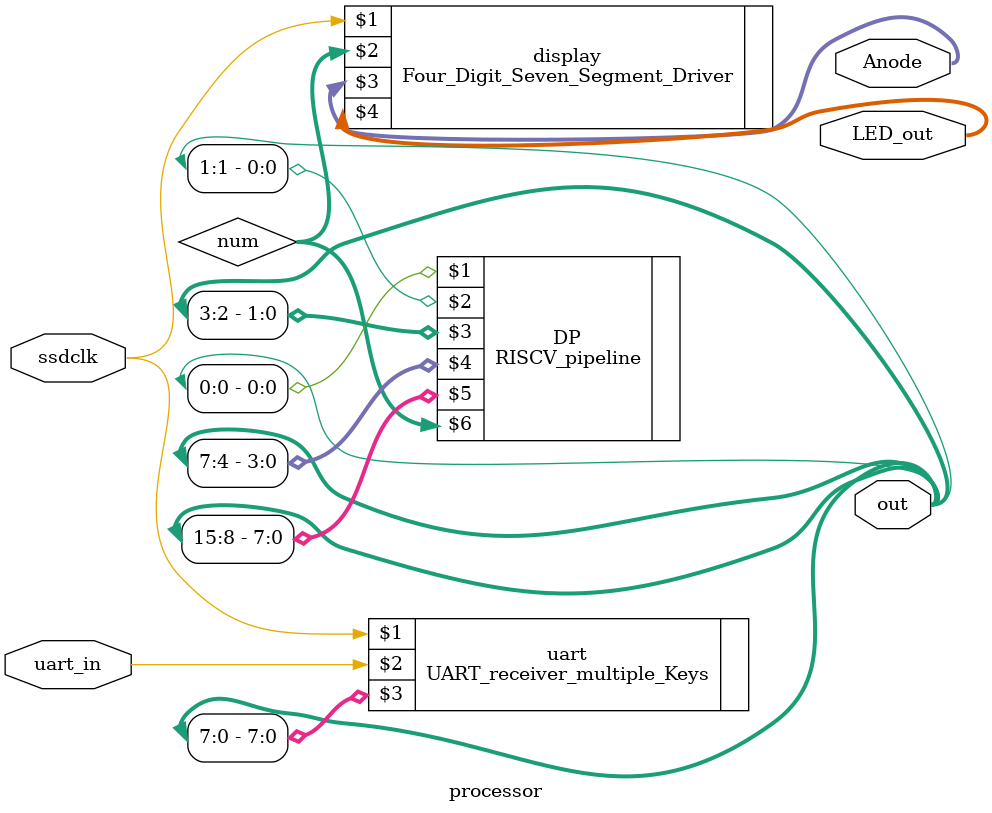
<source format=v>
`timescale 1ns / 1ps
module processor(input ssdclk, input uart_in, output [15:0] out, output  [6:0] LED_out, output [3:0] Anode);
    
    UART_receiver_multiple_Keys uart(ssdclk, uart_in, out[7:0]);
    
    wire [12:0] num;
    
    RISCV_pipeline DP( out[0], out[1], out [3:2], out[7:4],  out[15:8], num );
    Four_Digit_Seven_Segment_Driver display(ssdclk, num, Anode, LED_out);

endmodule

</source>
